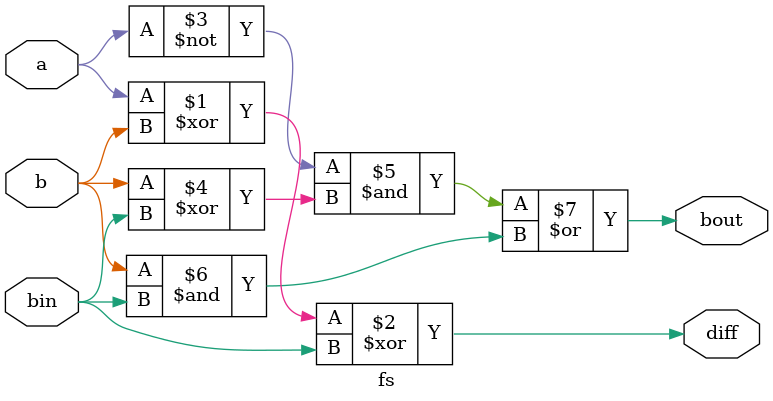
<source format=v>
`timescale 1ns / 1ps

module fs(
    input a,b,bin,
    output diff,bout
    );
    
    assign diff=a^b^bin;
    assign bout=(~a & (b^bin)) | (b & bin) ;
endmodule

</source>
